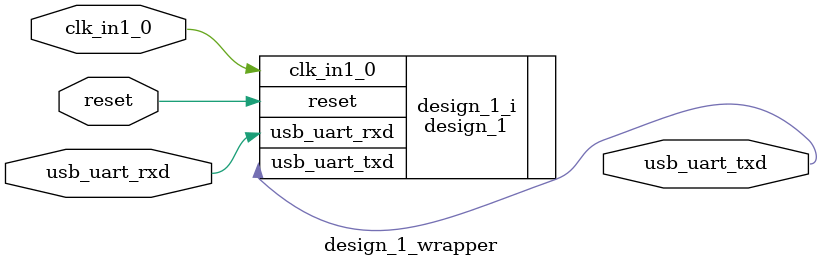
<source format=v>
`timescale 1 ps / 1 ps

module design_1_wrapper
   (clk_in1_0,
    reset,
    usb_uart_rxd,
    usb_uart_txd);
  input clk_in1_0;
  input reset;
  input usb_uart_rxd;
  output usb_uart_txd;

  wire clk_in1_0;
  wire reset;
  wire usb_uart_rxd;
  wire usb_uart_txd;

  design_1 design_1_i
       (.clk_in1_0(clk_in1_0),
        .reset(reset),
        .usb_uart_rxd(usb_uart_rxd),
        .usb_uart_txd(usb_uart_txd));
endmodule

</source>
